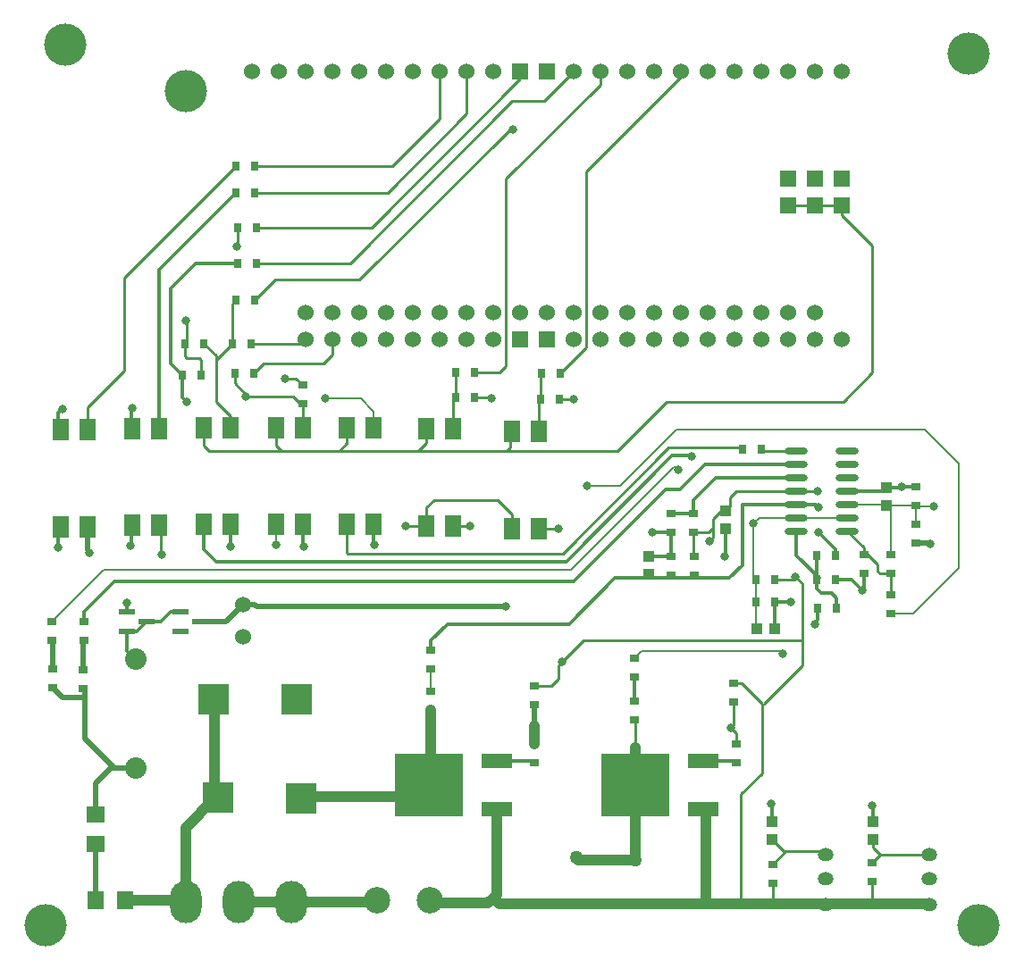
<source format=gtl>
G04*
G04 #@! TF.GenerationSoftware,Altium Limited,Altium Designer,18.0.12 (696)*
G04*
G04 Layer_Physical_Order=1*
G04 Layer_Color=255*
%FSLAX25Y25*%
%MOIN*%
G70*
G01*
G75*
%ADD10C,0.01000*%
%ADD15R,0.03937X0.04331*%
%ADD16R,0.03740X0.03150*%
%ADD17R,0.03150X0.03740*%
%ADD18R,0.04331X0.03937*%
%ADD19R,0.25591X0.23622*%
%ADD20R,0.11811X0.05512*%
%ADD21R,0.06299X0.07087*%
%ADD22R,0.06102X0.02165*%
%ADD23R,0.07087X0.06299*%
%ADD24R,0.05906X0.08000*%
%ADD25O,0.08661X0.02756*%
%ADD47C,0.03937*%
%ADD48C,0.01181*%
%ADD49C,0.01968*%
%ADD50C,0.00600*%
%ADD51C,0.09843*%
%ADD52O,0.11811X0.15748*%
%ADD53R,0.11811X0.11811*%
%ADD54C,0.06000*%
%ADD55C,0.08000*%
%ADD56O,0.06000X0.05000*%
%ADD57R,0.06000X0.06000*%
%ADD58C,0.15748*%
%ADD59C,0.03150*%
%ADD60C,0.05000*%
D10*
X223878Y-28978D02*
Y-18402D01*
X80543Y121736D02*
X99436D01*
X101000Y123300D01*
X160900Y207700D02*
Y223300D01*
X74457Y107100D02*
Y110736D01*
X180900Y220600D02*
Y223300D01*
X75457Y158257D02*
Y165236D01*
X75400Y158200D02*
X75457Y158257D01*
X89808Y83792D02*
X91800Y81800D01*
X89808Y83792D02*
Y90495D01*
X150900Y205800D02*
Y223300D01*
X82043Y188236D02*
X133336D01*
X82043Y178236D02*
X131436D01*
X82543Y165236D02*
X125536D01*
X283953Y66800D02*
X291900D01*
X271043Y82536D02*
X271779Y81800D01*
X301000Y169600D02*
Y173300D01*
X291000D02*
X301000D01*
X46957Y43736D02*
Y53240D01*
X46192Y54005D02*
X46957Y53240D01*
X74457Y107100D02*
X79028Y102528D01*
X189900Y212300D02*
X200900Y223300D01*
X113516Y81800D02*
X116308Y84592D01*
Y90495D01*
X91800Y81800D02*
X113516D01*
X261736Y-27457D02*
Y-23536D01*
X64800Y81800D02*
X91800D01*
X62808Y83792D02*
X64800Y81800D01*
X62808Y83792D02*
Y90495D01*
X133336Y188236D02*
X150900Y205800D01*
X131436Y178236D02*
X160900Y207700D01*
X125536Y165236D02*
X180900Y220600D01*
X312236Y-87236D02*
Y-79043D01*
Y-71957D02*
X315193Y-69000D01*
X333500D01*
X275236Y-86964D02*
Y-79543D01*
Y-72457D02*
X280093Y-67600D01*
X155887Y53893D02*
X162293D01*
X162300Y53900D01*
X145887Y53893D02*
Y60587D01*
X148800Y63500D01*
X172500D01*
X177887Y52893D02*
Y58113D01*
X172500Y63500D02*
X177887Y58113D01*
X187887Y52893D02*
X195207D01*
X195400Y52700D01*
X138293Y53893D02*
X145887D01*
X281000Y173300D02*
X291000D01*
X245736Y42984D02*
Y51457D01*
X275000Y-63346D02*
X279254Y-67600D01*
X280093D01*
X293600D02*
X295000Y-69000D01*
X280093Y-67600D02*
X281800D01*
X293600D01*
X282636Y33736D02*
X283700Y34800D01*
X276043Y33736D02*
X282636D01*
X271779Y81800D02*
X283953D01*
X245736Y51457D02*
X251357D01*
X263537Y82956D02*
X263957Y82536D01*
X309264Y43043D02*
Y45584D01*
X303047Y51800D02*
X309264Y45584D01*
X301000Y169600D02*
X312300Y158300D01*
X81543Y110736D02*
X85107Y114300D01*
X107600D01*
X111000Y117700D01*
Y123300D01*
X97407Y108900D02*
X99764Y106543D01*
X93100Y108900D02*
X97407D01*
X78600Y102100D02*
X96100D01*
X99847Y98353D01*
Y90495D02*
Y98353D01*
X187847Y88995D02*
Y100627D01*
X188457Y101236D01*
X195543D02*
X200964D01*
X113516Y81800D02*
X143000D01*
X145808Y84608D01*
X312300Y111000D02*
Y158300D01*
X309264Y43043D02*
X310657D01*
X314300Y39400D01*
Y36800D02*
Y39400D01*
Y36800D02*
X315143Y35957D01*
X319264D01*
Y28043D02*
Y35957D01*
X116387Y43713D02*
Y54393D01*
Y43713D02*
X116656Y43444D01*
X251629Y47929D02*
X253000Y49300D01*
Y53100D01*
X251357Y51457D02*
X253000Y53100D01*
Y56400D01*
X255946Y59346D02*
X257500D01*
X259300Y61146D01*
Y64400D01*
X253000Y56400D02*
X255946Y59346D01*
X259300Y64400D02*
X261700Y66800D01*
X283953D01*
X186236Y-5957D02*
X192443D01*
X195100Y-3300D01*
X259700Y-21500D02*
X261736Y-23536D01*
X259500Y-21700D02*
X259700Y-21500D01*
X260736Y-4957D02*
X263557D01*
X271100Y-12500D01*
Y-38600D02*
Y-12500D01*
X263300Y-46400D02*
X271100Y-38600D01*
X155847Y89995D02*
Y100627D01*
X156957Y101736D01*
X164043D02*
X169364D01*
X169500Y101600D01*
X170200D01*
X170400Y101400D01*
X156957Y101736D02*
Y111236D01*
X210900Y218500D02*
Y223300D01*
X188457Y101236D02*
Y110236D01*
X188957Y110736D01*
X196043D02*
X205681Y120374D01*
Y186181D02*
X240900Y221400D01*
Y223300D01*
X205681Y120374D02*
Y186181D01*
X143000Y81800D02*
X176000D01*
X116656Y43444D02*
X196844D01*
X236356Y82956D01*
X263537D01*
X217100Y81800D02*
X235500Y100200D01*
X301500D01*
X176000Y81800D02*
X177308Y83108D01*
X145808Y84608D02*
Y89995D01*
Y90495D01*
X176000Y81800D02*
X217100D01*
X73457Y121736D02*
Y136736D01*
X74957Y138236D01*
X82043D02*
X89500Y145693D01*
X121093D01*
X164043Y111236D02*
X173336D01*
X175681Y113581D01*
Y183281D01*
X210900Y218500D01*
X82543Y151736D02*
X117436D01*
X178000Y212300D02*
X189900D01*
X117436Y151736D02*
X178000Y212300D01*
X121093Y145693D02*
X177300Y201900D01*
X178400D01*
X67500Y115779D02*
X73457Y121736D01*
X19613Y89607D02*
Y98113D01*
X33100Y111600D01*
Y146379D01*
X74957Y188236D01*
X63043Y121764D02*
X67500Y117307D01*
Y115779D02*
Y117307D01*
X72847Y90495D02*
Y94853D01*
X67500Y100200D02*
X72847Y94853D01*
X67500Y100200D02*
Y115779D01*
X54957Y120764D02*
X55957Y121764D01*
Y117143D02*
Y121764D01*
Y117143D02*
X56600Y116500D01*
X61200D01*
X62043Y115657D01*
Y110236D02*
Y115657D01*
X55957Y121764D02*
X56500Y122307D01*
Y130210D01*
X56310Y130400D02*
X56500Y130210D01*
X56253Y130400D02*
X56310D01*
X283700Y34800D02*
X286100Y32400D01*
X271900Y-12500D02*
X286100Y1700D01*
X259700Y-21500D02*
X260736Y-20464D01*
Y-12043D01*
X312500Y-66307D02*
Y-63346D01*
Y-66307D02*
X315193Y-69000D01*
X263300Y-85900D02*
Y-46400D01*
Y-85900D02*
X264000Y-86600D01*
X195100Y-3300D02*
Y1700D01*
X196500Y3100D01*
X204600Y11200D01*
X286100D01*
Y1700D02*
Y11200D01*
Y32400D01*
X301500Y100200D02*
X312300Y111000D01*
X177308Y83108D02*
Y88995D01*
D15*
X312500Y-63346D02*
D03*
Y-56653D02*
D03*
X275000Y-63346D02*
D03*
Y-56653D02*
D03*
X317500Y61453D02*
D03*
Y68147D02*
D03*
X257500Y52653D02*
D03*
Y59346D02*
D03*
X229000Y35654D02*
D03*
Y42347D02*
D03*
D16*
X275236Y-79543D02*
D03*
Y-72457D02*
D03*
X319264Y28043D02*
D03*
Y20957D02*
D03*
Y43043D02*
D03*
Y35957D02*
D03*
X312236Y-79043D02*
D03*
Y-71957D02*
D03*
X309264Y43043D02*
D03*
Y35957D02*
D03*
X328736Y61257D02*
D03*
Y68343D02*
D03*
X237264Y58543D02*
D03*
Y51457D02*
D03*
X223736Y-18543D02*
D03*
Y-11457D02*
D03*
Y-2543D02*
D03*
Y4543D02*
D03*
X328736Y47257D02*
D03*
Y54343D02*
D03*
X245736Y51457D02*
D03*
Y58543D02*
D03*
X99764Y106543D02*
D03*
Y99457D02*
D03*
X186236Y-34543D02*
D03*
Y-27457D02*
D03*
Y-13043D02*
D03*
Y-5957D02*
D03*
X6736Y-6543D02*
D03*
Y543D02*
D03*
X6236Y10957D02*
D03*
Y18043D02*
D03*
X261736Y-34543D02*
D03*
Y-27457D02*
D03*
X260736Y-12043D02*
D03*
Y-4957D02*
D03*
X237236Y35457D02*
D03*
Y42543D02*
D03*
X147736Y-15043D02*
D03*
Y-7957D02*
D03*
Y457D02*
D03*
Y7543D02*
D03*
X245764Y42543D02*
D03*
Y35457D02*
D03*
X18028Y47D02*
D03*
Y-7040D02*
D03*
X18264Y18043D02*
D03*
Y10957D02*
D03*
D17*
X55957Y121764D02*
D03*
X63043D02*
D03*
X62043Y110236D02*
D03*
X54957D02*
D03*
X195543Y101236D02*
D03*
X188457D02*
D03*
X82043Y138236D02*
D03*
X74957D02*
D03*
X196043Y110736D02*
D03*
X188957D02*
D03*
X164043Y111236D02*
D03*
X156957D02*
D03*
X299043Y23236D02*
D03*
X291957D02*
D03*
X298543Y42736D02*
D03*
X291457D02*
D03*
X291457Y33764D02*
D03*
X298543D02*
D03*
X271043Y82536D02*
D03*
X263957D02*
D03*
X164043Y101736D02*
D03*
X156957D02*
D03*
X268957Y25264D02*
D03*
X276043D02*
D03*
X276043Y33736D02*
D03*
X268957D02*
D03*
X80543Y121736D02*
D03*
X73457D02*
D03*
X81543Y110736D02*
D03*
X74457D02*
D03*
X82043Y178236D02*
D03*
X74957D02*
D03*
X82043Y188236D02*
D03*
X74957D02*
D03*
X82543Y165236D02*
D03*
X75457D02*
D03*
X82543Y151736D02*
D03*
X75457D02*
D03*
D18*
X269153Y15500D02*
D03*
X275847D02*
D03*
D19*
X146878Y-43000D02*
D03*
X223878D02*
D03*
D20*
X172114Y-33945D02*
D03*
Y-52055D02*
D03*
X249114Y-33945D02*
D03*
Y-52055D02*
D03*
D21*
X22488Y-86000D02*
D03*
X33512D02*
D03*
D22*
X41642Y18000D02*
D03*
X34358Y14260D02*
D03*
Y21740D02*
D03*
X61642Y18000D02*
D03*
X54358Y14260D02*
D03*
Y21740D02*
D03*
D23*
X22500Y-53988D02*
D03*
Y-65012D02*
D03*
D24*
X126347Y90495D02*
D03*
X116308D02*
D03*
X126387Y54393D02*
D03*
X116387D02*
D03*
X187847Y88995D02*
D03*
X177808D02*
D03*
X187887Y52893D02*
D03*
X177887D02*
D03*
X99847Y90495D02*
D03*
X89808D02*
D03*
X99887Y54393D02*
D03*
X89887D02*
D03*
X9653Y53505D02*
D03*
X19692D02*
D03*
X9613Y89607D02*
D03*
X19613D02*
D03*
X72847Y90495D02*
D03*
X62808D02*
D03*
X72887Y54393D02*
D03*
X62887D02*
D03*
X36153Y54005D02*
D03*
X46192D02*
D03*
X36113Y90107D02*
D03*
X46113D02*
D03*
X155847Y89995D02*
D03*
X145808D02*
D03*
X155887Y53893D02*
D03*
X145887D02*
D03*
D25*
X303047Y51800D02*
D03*
Y56800D02*
D03*
Y61800D02*
D03*
Y66800D02*
D03*
Y71800D02*
D03*
Y76800D02*
D03*
Y81800D02*
D03*
X283953Y51800D02*
D03*
Y56800D02*
D03*
Y61800D02*
D03*
Y66800D02*
D03*
Y71800D02*
D03*
Y76800D02*
D03*
Y81800D02*
D03*
D47*
X64900Y-10500D02*
X67000Y-12600D01*
Y-48000D02*
Y-12600D01*
X56130Y-58870D02*
X67000Y-48000D01*
X56130Y-86500D02*
Y-58870D01*
X139667Y-47400D02*
X147736Y-39331D01*
X100750Y-44750D02*
X103400Y-47400D01*
X139667D01*
X223878Y-70800D02*
Y-43000D01*
X202756Y-70800D02*
X223878D01*
X95500Y-86500D02*
X126900D01*
X147200Y-86968D02*
X169091D01*
X170945Y-85114D02*
X173131Y-87300D01*
X169091Y-86968D02*
X170945Y-85114D01*
X172114Y-83945D01*
X250100Y-87300D02*
Y-54055D01*
X172114Y-83945D02*
Y-52055D01*
X33512Y-86000D02*
X55630D01*
X173131Y-87300D02*
X196400D01*
X250100D01*
X186236Y-27457D02*
Y-21036D01*
X223878Y-43000D02*
Y-28978D01*
X75815Y-86500D02*
X95500D01*
X147736Y-39331D02*
Y-15043D01*
X186200Y-21000D02*
X186236Y-21036D01*
X250100Y-87300D02*
X333500D01*
X201978Y-70022D02*
X202756Y-70800D01*
D48*
X304436Y33764D02*
X308600Y29600D01*
X298543Y33764D02*
X304436D01*
X303047Y66800D02*
X316154D01*
X34358Y25058D02*
X34400Y25100D01*
X34358Y21740D02*
Y25058D01*
Y7142D02*
X37500Y4000D01*
X37902Y14260D02*
X41642Y18000D01*
X34358Y14260D02*
X37902D01*
X50740Y21740D02*
X54358D01*
X35800Y53652D02*
X36153Y54005D01*
X172114Y-33945D02*
X185638D01*
X186236Y-34543D01*
X34358Y7142D02*
Y14260D01*
X72887Y46187D02*
X72913D01*
X72887D02*
Y54393D01*
X322947Y68147D02*
X323300Y68500D01*
X237264Y58543D02*
X245736D01*
X245736Y58543D01*
X230300Y51400D02*
X237207D01*
X8756Y90464D02*
X9613Y89607D01*
X8756Y95956D02*
X10300Y97500D01*
X35800Y46000D02*
Y53652D01*
X41642Y18000D02*
X47000D01*
X50740Y21740D01*
X35900Y97900D02*
X36200D01*
X35800Y90421D02*
X36113Y90107D01*
X35800Y90421D02*
Y97800D01*
X35900Y97900D01*
X8756Y90464D02*
Y95956D01*
X8700Y45600D02*
Y52552D01*
X9653Y53505D01*
X99887Y46313D02*
Y54393D01*
Y46313D02*
X100100Y46100D01*
X274600Y-50000D02*
X275000Y-50400D01*
X126387Y46807D02*
Y54393D01*
Y46807D02*
X126494Y46700D01*
X126600D01*
X317500Y68147D02*
X322947D01*
X323300Y68500D02*
X328579D01*
X223736Y-11457D02*
Y-2543D01*
X237236Y51429D02*
X237264Y51457D01*
X237207Y51400D02*
X237236Y51429D01*
X229000Y42347D02*
X237039D01*
X237236Y42543D01*
X276043Y25264D02*
X281664D01*
X281800Y25400D01*
X275847Y15500D02*
Y25067D01*
X276043Y25264D01*
X283953Y42768D02*
Y51800D01*
Y42768D02*
X292457Y34264D01*
X291457Y33764D02*
Y42736D01*
Y33764D02*
X291457Y33764D01*
X62887Y45013D02*
Y54393D01*
X245736Y58543D02*
Y63536D01*
X254000Y71800D01*
X283953D01*
X237236Y42543D02*
Y51429D01*
X291957Y18657D02*
Y23236D01*
X290900Y17600D02*
X291957Y18657D01*
X290900Y17200D02*
Y17600D01*
X18264Y18043D02*
Y21664D01*
X29700Y33100D01*
X200900D01*
X235125Y67325D01*
X240525D01*
X283953Y61800D02*
X291400D01*
X292400Y60800D01*
X298543Y42736D02*
Y45157D01*
X292200Y51500D02*
X298543Y45157D01*
X291457Y30343D02*
Y33764D01*
X308600Y29600D02*
X309264Y30264D01*
Y35957D01*
X299043Y23236D02*
Y26857D01*
X297300Y28600D02*
X299043Y26857D01*
X293200Y28600D02*
X297300D01*
X291457Y30343D02*
X293200Y28600D01*
X244800Y79700D02*
X245000D01*
X244454Y80046D02*
X244800Y79700D01*
X62887Y45013D02*
X67500Y40400D01*
X237747Y80046D02*
X244454D01*
X67500Y40400D02*
X198100D01*
X237747Y80046D01*
X216300Y34400D02*
X259000D01*
X263800Y39200D01*
X257500Y42800D02*
Y52653D01*
X257200Y42500D02*
X257500Y42800D01*
X263800Y39200D02*
Y61800D01*
X283953D01*
X147736Y7543D02*
Y11036D01*
X153900Y17200D01*
X199100D02*
X216300Y34400D01*
X153900Y17200D02*
X199100D01*
X240525Y67325D02*
X250000Y76800D01*
X283953D01*
X54957Y101743D02*
Y110236D01*
Y101743D02*
X56700Y100000D01*
X46113Y149393D02*
X74957Y178236D01*
X46113Y90107D02*
Y149393D01*
X50700Y114493D02*
X54957Y110236D01*
X50700Y114493D02*
Y142500D01*
X59936Y151736D01*
X75457D01*
X261138Y-33945D02*
X261736Y-34543D01*
X249114Y-33945D02*
X261138D01*
X312300Y-50700D02*
X312500Y-50900D01*
Y-56653D02*
Y-50900D01*
X275000Y-56653D02*
Y-50400D01*
D49*
X22500Y-53988D02*
Y-42400D01*
X28400Y-36500D01*
X29500D01*
X37500D01*
X22500Y-85988D02*
Y-65012D01*
X18500Y-25500D02*
X29500Y-36500D01*
X19692Y44608D02*
X20400Y43900D01*
X71130Y18000D02*
X77504Y24374D01*
X61642Y18000D02*
X71130D01*
X18264Y-6700D02*
X18500Y-6936D01*
X6736Y-6543D02*
X10393Y-10200D01*
X18500D01*
Y-25500D02*
Y-10200D01*
Y-6936D01*
X6736Y543D02*
Y10457D01*
X6236Y10957D02*
X6736Y10457D01*
X18028Y47D02*
Y10721D01*
X18264Y10957D01*
X328736Y47257D02*
X333943D01*
X334000Y47200D01*
X19692Y44608D02*
Y53505D01*
X77504Y24374D02*
X81926D01*
X82700Y23600D01*
X175600D01*
X186236Y-20964D02*
Y-13043D01*
D50*
X108100Y101300D02*
X121600D01*
X302547Y57300D02*
X303047Y56800D01*
X121600Y101300D02*
X126347Y96553D01*
Y90495D02*
Y96553D01*
X328736Y54343D02*
Y61257D01*
X317500Y61453D02*
X328539D01*
X317154Y61800D02*
X317500Y61453D01*
X147736Y-7957D02*
Y457D01*
X268957Y25264D02*
X268957Y25264D01*
X268957Y25264D02*
Y33736D01*
X268957Y15697D02*
Y25264D01*
Y15697D02*
X269153Y15500D01*
X223736Y4543D02*
X226193Y7000D01*
X268006Y54648D02*
X270158Y56800D01*
X283953D01*
X268006Y54648D02*
Y55212D01*
Y34274D02*
X268750Y33529D01*
X268006Y34274D02*
Y54648D01*
X6236Y18043D02*
X25493Y37300D01*
X199800D01*
X238400Y75900D01*
X239700D01*
X240000Y75600D01*
Y74800D02*
Y75600D01*
X303047Y61800D02*
X317154D01*
X319264Y43043D02*
Y59690D01*
X317500Y61453D02*
X319264Y59690D01*
X283953Y56800D02*
X303047D01*
X328993Y61000D02*
X335300D01*
X328736Y61257D02*
X328993Y61000D01*
X319264Y20957D02*
X327557D01*
X344600Y38000D01*
Y77000D01*
X332000Y89600D02*
X344600Y77000D01*
X89800Y46900D02*
Y54306D01*
X89887Y54393D01*
X206000Y68600D02*
X218100D01*
X239100Y89600D01*
X332000D01*
X226193Y7000D02*
X278000D01*
X279000Y6000D01*
D51*
X147311Y-85969D02*
D03*
X127626D02*
D03*
D52*
X95500Y-86500D02*
D03*
X75815D02*
D03*
X56130Y-86500D02*
D03*
D53*
X68100Y-47700D02*
D03*
X99100Y-47794D02*
D03*
X66500Y-10905D02*
D03*
X97500Y-11000D02*
D03*
D54*
X77504Y12563D02*
D03*
Y24374D02*
D03*
X271000Y123300D02*
D03*
X101000D02*
D03*
X111000D02*
D03*
X121000D02*
D03*
X131000D02*
D03*
X141000D02*
D03*
X151000D02*
D03*
X161000D02*
D03*
X171000D02*
D03*
X201000D02*
D03*
X211000D02*
D03*
X221000D02*
D03*
X231000D02*
D03*
X241000D02*
D03*
X251000D02*
D03*
X261000D02*
D03*
X281000D02*
D03*
X291000D02*
D03*
X301000D02*
D03*
X101000Y133300D02*
D03*
X111000D02*
D03*
X121000D02*
D03*
X131000D02*
D03*
X141000D02*
D03*
X151000D02*
D03*
X161000D02*
D03*
X171000D02*
D03*
X181000D02*
D03*
X191000D02*
D03*
X201000D02*
D03*
X211000D02*
D03*
X221000D02*
D03*
X231000D02*
D03*
X241000D02*
D03*
X251000D02*
D03*
X261000D02*
D03*
X271000D02*
D03*
X281000D02*
D03*
X291000D02*
D03*
X81000Y223300D02*
D03*
X100900D02*
D03*
X110900D02*
D03*
X120900D02*
D03*
X130900D02*
D03*
X140900D02*
D03*
X150900D02*
D03*
X160900D02*
D03*
X170900D02*
D03*
X200900D02*
D03*
X210900D02*
D03*
X220900D02*
D03*
X230900D02*
D03*
X240900D02*
D03*
X250900D02*
D03*
X260900D02*
D03*
X270900D02*
D03*
X280900D02*
D03*
X290900D02*
D03*
X300900D02*
D03*
X91000D02*
D03*
D55*
X37500Y-36500D02*
D03*
Y4000D02*
D03*
D56*
X333500Y-78000D02*
D03*
Y-87500D02*
D03*
Y-69000D02*
D03*
X295000Y-78000D02*
D03*
Y-87500D02*
D03*
Y-69000D02*
D03*
D57*
X181000Y123300D02*
D03*
X191000D02*
D03*
X190900Y223300D02*
D03*
X180900D02*
D03*
X281000Y183300D02*
D03*
X291000D02*
D03*
X301000D02*
D03*
X281000Y173300D02*
D03*
X291000D02*
D03*
X301000D02*
D03*
D58*
X56400Y216200D02*
D03*
X11300Y233500D02*
D03*
X348100Y230000D02*
D03*
X3900Y-95100D02*
D03*
X352000D02*
D03*
D59*
X34400Y25100D02*
D03*
X75400Y158200D02*
D03*
X78600Y102100D02*
D03*
X108100Y101300D02*
D03*
X186200Y-21000D02*
D03*
X20400Y43900D02*
D03*
X8700Y45600D02*
D03*
X72913Y46187D02*
D03*
X291900Y66800D02*
D03*
X334000Y47200D02*
D03*
X10300Y97500D02*
D03*
X35700Y46400D02*
D03*
X36200Y97900D02*
D03*
X100100Y46100D02*
D03*
X47100Y43200D02*
D03*
X162300Y53900D02*
D03*
X126600Y46700D02*
D03*
X195400Y52700D02*
D03*
X323300Y68500D02*
D03*
X138200Y53800D02*
D03*
X175600Y23600D02*
D03*
X196500Y3100D02*
D03*
X283700Y34800D02*
D03*
X281800Y25400D02*
D03*
X268006Y54648D02*
D03*
X230300Y51400D02*
D03*
X245000Y79700D02*
D03*
X290900Y17200D02*
D03*
X240000Y74800D02*
D03*
X93100Y108900D02*
D03*
X200964Y101236D02*
D03*
X292400Y60800D02*
D03*
X292200Y51500D02*
D03*
X308600Y29600D02*
D03*
X335300Y61000D02*
D03*
X206000Y68600D02*
D03*
X89800Y46900D02*
D03*
X251629Y47929D02*
D03*
X257200Y42500D02*
D03*
X170400Y101400D02*
D03*
X178400Y201900D02*
D03*
X56700Y100000D02*
D03*
X56253Y130400D02*
D03*
X279000Y6000D02*
D03*
X259500Y-21700D02*
D03*
X312300Y-50700D02*
D03*
X274600Y-50000D02*
D03*
X223400Y-70500D02*
D03*
D60*
X201978Y-70022D02*
D03*
X223878Y-70800D02*
D03*
M02*

</source>
